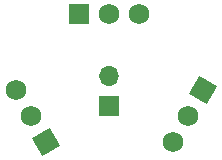
<source format=gbl>
G04 #@! TF.GenerationSoftware,KiCad,Pcbnew,(6.0.7-1)-1*
G04 #@! TF.CreationDate,2022-12-01T13:28:40-08:00*
G04 #@! TF.ProjectId,can-hub-pcb,63616e2d-6875-4622-9d70-63622e6b6963,rev?*
G04 #@! TF.SameCoordinates,Original*
G04 #@! TF.FileFunction,Copper,L2,Bot*
G04 #@! TF.FilePolarity,Positive*
%FSLAX46Y46*%
G04 Gerber Fmt 4.6, Leading zero omitted, Abs format (unit mm)*
G04 Created by KiCad (PCBNEW (6.0.7-1)-1) date 2022-12-01 13:28:40*
%MOMM*%
%LPD*%
G01*
G04 APERTURE LIST*
G04 Aperture macros list*
%AMRotRect*
0 Rectangle, with rotation*
0 The origin of the aperture is its center*
0 $1 length*
0 $2 width*
0 $3 Rotation angle, in degrees counterclockwise*
0 Add horizontal line*
21,1,$1,$2,0,0,$3*%
G04 Aperture macros list end*
G04 #@! TA.AperFunction,ComponentPad*
%ADD10R,1.700000X1.700000*%
G04 #@! TD*
G04 #@! TA.AperFunction,ComponentPad*
%ADD11O,1.700000X1.700000*%
G04 #@! TD*
G04 #@! TA.AperFunction,ComponentPad*
%ADD12R,1.755000X1.755000*%
G04 #@! TD*
G04 #@! TA.AperFunction,ComponentPad*
%ADD13C,1.755000*%
G04 #@! TD*
G04 #@! TA.AperFunction,ComponentPad*
%ADD14RotRect,1.755000X1.755000X60.000000*%
G04 #@! TD*
G04 #@! TA.AperFunction,ComponentPad*
%ADD15RotRect,1.755000X1.755000X300.000000*%
G04 #@! TD*
G04 APERTURE END LIST*
D10*
X157500000Y-100775000D03*
D11*
X157500000Y-98235000D03*
D12*
X154960000Y-93006000D03*
D13*
X157500000Y-93006000D03*
X160040000Y-93006000D03*
D14*
X165417000Y-99392000D03*
D13*
X164147000Y-101591705D03*
X162877000Y-103791409D03*
D15*
X152123000Y-103791000D03*
D13*
X150853000Y-101591295D03*
X149583000Y-99391591D03*
M02*

</source>
